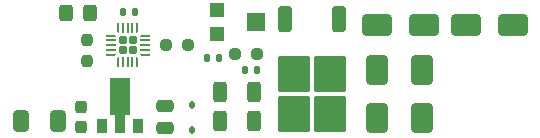
<source format=gbr>
%TF.GenerationSoftware,KiCad,Pcbnew,7.0.7*%
%TF.CreationDate,2023-10-02T21:32:42+02:00*%
%TF.ProjectId,circuitBreaker2.0,63697263-7569-4744-9272-65616b657232,rev?*%
%TF.SameCoordinates,Original*%
%TF.FileFunction,Paste,Top*%
%TF.FilePolarity,Positive*%
%FSLAX46Y46*%
G04 Gerber Fmt 4.6, Leading zero omitted, Abs format (unit mm)*
G04 Created by KiCad (PCBNEW 7.0.7) date 2023-10-02 21:32:42*
%MOMM*%
%LPD*%
G01*
G04 APERTURE LIST*
G04 Aperture macros list*
%AMRoundRect*
0 Rectangle with rounded corners*
0 $1 Rounding radius*
0 $2 $3 $4 $5 $6 $7 $8 $9 X,Y pos of 4 corners*
0 Add a 4 corners polygon primitive as box body*
4,1,4,$2,$3,$4,$5,$6,$7,$8,$9,$2,$3,0*
0 Add four circle primitives for the rounded corners*
1,1,$1+$1,$2,$3*
1,1,$1+$1,$4,$5*
1,1,$1+$1,$6,$7*
1,1,$1+$1,$8,$9*
0 Add four rect primitives between the rounded corners*
20,1,$1+$1,$2,$3,$4,$5,0*
20,1,$1+$1,$4,$5,$6,$7,0*
20,1,$1+$1,$6,$7,$8,$9,0*
20,1,$1+$1,$8,$9,$2,$3,0*%
%AMFreePoly0*
4,1,9,3.862500,-0.866500,0.737500,-0.866500,0.737500,-0.450000,-0.737500,-0.450000,-0.737500,0.450000,0.737500,0.450000,0.737500,0.866500,3.862500,0.866500,3.862500,-0.866500,3.862500,-0.866500,$1*%
%AMFreePoly1*
4,1,14,0.334644,0.085355,0.385355,0.034644,0.400000,-0.000711,0.400000,-0.050000,0.385355,-0.085355,0.350000,-0.100000,-0.350000,-0.100000,-0.385355,-0.085355,-0.400000,-0.050000,-0.400000,0.050000,-0.385355,0.085355,-0.350000,0.100000,0.299289,0.100000,0.334644,0.085355,0.334644,0.085355,$1*%
%AMFreePoly2*
4,1,14,0.385355,0.085355,0.400000,0.050000,0.400000,0.000711,0.385355,-0.034644,0.334644,-0.085355,0.299289,-0.100000,-0.350000,-0.100000,-0.385355,-0.085355,-0.400000,-0.050000,-0.400000,0.050000,-0.385355,0.085355,-0.350000,0.100000,0.350000,0.100000,0.385355,0.085355,0.385355,0.085355,$1*%
%AMFreePoly3*
4,1,14,0.085355,0.385355,0.100000,0.350000,0.100000,-0.350000,0.085355,-0.385355,0.050000,-0.400000,-0.050000,-0.400000,-0.085355,-0.385355,-0.100000,-0.350000,-0.100000,0.299289,-0.085355,0.334644,-0.034644,0.385355,0.000711,0.400000,0.050000,0.400000,0.085355,0.385355,0.085355,0.385355,$1*%
%AMFreePoly4*
4,1,14,0.034644,0.385355,0.085355,0.334644,0.100000,0.299289,0.100000,-0.350000,0.085355,-0.385355,0.050000,-0.400000,-0.050000,-0.400000,-0.085355,-0.385355,-0.100000,-0.350000,-0.100000,0.350000,-0.085355,0.385355,-0.050000,0.400000,-0.000711,0.400000,0.034644,0.385355,0.034644,0.385355,$1*%
%AMFreePoly5*
4,1,14,0.385355,0.085355,0.400000,0.050000,0.400000,-0.050000,0.385355,-0.085355,0.350000,-0.100000,-0.299289,-0.100000,-0.334644,-0.085355,-0.385355,-0.034644,-0.400000,0.000711,-0.400000,0.050000,-0.385355,0.085355,-0.350000,0.100000,0.350000,0.100000,0.385355,0.085355,0.385355,0.085355,$1*%
%AMFreePoly6*
4,1,14,0.385355,0.085355,0.400000,0.050000,0.400000,-0.050000,0.385355,-0.085355,0.350000,-0.100000,-0.350000,-0.100000,-0.385355,-0.085355,-0.400000,-0.050000,-0.400000,-0.000711,-0.385355,0.034644,-0.334644,0.085355,-0.299289,0.100000,0.350000,0.100000,0.385355,0.085355,0.385355,0.085355,$1*%
%AMFreePoly7*
4,1,14,0.085355,0.385355,0.100000,0.350000,0.100000,-0.299289,0.085355,-0.334644,0.034644,-0.385355,-0.000711,-0.400000,-0.050000,-0.400000,-0.085355,-0.385355,-0.100000,-0.350000,-0.100000,0.350000,-0.085355,0.385355,-0.050000,0.400000,0.050000,0.400000,0.085355,0.385355,0.085355,0.385355,$1*%
%AMFreePoly8*
4,1,14,0.085355,0.385355,0.100000,0.350000,0.100000,-0.350000,0.085355,-0.385355,0.050000,-0.400000,0.000711,-0.400000,-0.034644,-0.385355,-0.085355,-0.334644,-0.100000,-0.299289,-0.100000,0.350000,-0.085355,0.385355,-0.050000,0.400000,0.050000,0.400000,0.085355,0.385355,0.085355,0.385355,$1*%
G04 Aperture macros list end*
%ADD10R,1.200000X1.200000*%
%ADD11R,1.500000X1.600000*%
%ADD12RoundRect,0.237500X-0.237500X0.250000X-0.237500X-0.250000X0.237500X-0.250000X0.237500X0.250000X0*%
%ADD13RoundRect,0.250000X0.325000X0.450000X-0.325000X0.450000X-0.325000X-0.450000X0.325000X-0.450000X0*%
%ADD14RoundRect,0.250000X0.650000X-1.000000X0.650000X1.000000X-0.650000X1.000000X-0.650000X-1.000000X0*%
%ADD15RoundRect,0.250000X-0.312500X-0.625000X0.312500X-0.625000X0.312500X0.625000X-0.312500X0.625000X0*%
%ADD16RoundRect,0.250000X0.412500X0.650000X-0.412500X0.650000X-0.412500X-0.650000X0.412500X-0.650000X0*%
%ADD17RoundRect,0.140000X-0.140000X-0.170000X0.140000X-0.170000X0.140000X0.170000X-0.140000X0.170000X0*%
%ADD18RoundRect,0.237500X0.250000X0.237500X-0.250000X0.237500X-0.250000X-0.237500X0.250000X-0.237500X0*%
%ADD19RoundRect,0.250000X-1.000000X-0.650000X1.000000X-0.650000X1.000000X0.650000X-1.000000X0.650000X0*%
%ADD20RoundRect,0.250000X-0.650000X1.000000X-0.650000X-1.000000X0.650000X-1.000000X0.650000X1.000000X0*%
%ADD21RoundRect,0.250000X0.312500X0.625000X-0.312500X0.625000X-0.312500X-0.625000X0.312500X-0.625000X0*%
%ADD22RoundRect,0.250000X0.475000X-0.250000X0.475000X0.250000X-0.475000X0.250000X-0.475000X-0.250000X0*%
%ADD23RoundRect,0.250000X-0.350000X0.850000X-0.350000X-0.850000X0.350000X-0.850000X0.350000X0.850000X0*%
%ADD24RoundRect,0.250000X-1.125000X1.275000X-1.125000X-1.275000X1.125000X-1.275000X1.125000X1.275000X0*%
%ADD25RoundRect,0.112500X0.112500X-0.187500X0.112500X0.187500X-0.112500X0.187500X-0.112500X-0.187500X0*%
%ADD26RoundRect,0.140000X0.140000X0.170000X-0.140000X0.170000X-0.140000X-0.170000X0.140000X-0.170000X0*%
%ADD27R,0.900000X1.300000*%
%ADD28FreePoly0,90.000000*%
%ADD29RoundRect,0.237500X0.237500X-0.300000X0.237500X0.300000X-0.237500X0.300000X-0.237500X-0.300000X0*%
%ADD30RoundRect,0.172500X-0.172500X0.172500X-0.172500X-0.172500X0.172500X-0.172500X0.172500X0.172500X0*%
%ADD31FreePoly1,270.000000*%
%ADD32RoundRect,0.050000X-0.050000X0.350000X-0.050000X-0.350000X0.050000X-0.350000X0.050000X0.350000X0*%
%ADD33FreePoly2,270.000000*%
%ADD34FreePoly3,270.000000*%
%ADD35RoundRect,0.050000X-0.350000X0.050000X-0.350000X-0.050000X0.350000X-0.050000X0.350000X0.050000X0*%
%ADD36FreePoly4,270.000000*%
%ADD37FreePoly5,270.000000*%
%ADD38FreePoly6,270.000000*%
%ADD39FreePoly7,270.000000*%
%ADD40FreePoly8,270.000000*%
G04 APERTURE END LIST*
D10*
%TO.C,RV101*%
X115929000Y-66945000D03*
D11*
X119179000Y-67945000D03*
D10*
X115929000Y-68945000D03*
%TD*%
D12*
%TO.C,R110*%
X104902000Y-69445500D03*
X104902000Y-71270500D03*
%TD*%
D13*
%TO.C,D111*%
X105165000Y-67183000D03*
X103115000Y-67183000D03*
%TD*%
D14*
%TO.C,D109*%
X133222000Y-76041000D03*
X133222000Y-72041000D03*
%TD*%
D15*
%TO.C,R107*%
X116139500Y-73843500D03*
X119064500Y-73843500D03*
%TD*%
D16*
%TO.C,C203*%
X102400500Y-76327000D03*
X99275500Y-76327000D03*
%TD*%
D17*
%TO.C,C101*%
X115090000Y-70993000D03*
X116050000Y-70993000D03*
%TD*%
D18*
%TO.C,R109*%
X113434500Y-69850000D03*
X111609500Y-69850000D03*
%TD*%
D17*
%TO.C,C104*%
X107978000Y-67056000D03*
X108938000Y-67056000D03*
%TD*%
D19*
%TO.C,D107*%
X136937000Y-68199000D03*
X140937000Y-68199000D03*
%TD*%
D20*
%TO.C,D108*%
X129412000Y-72041000D03*
X129412000Y-76041000D03*
%TD*%
D19*
%TO.C,D106*%
X129444000Y-68199000D03*
X133444000Y-68199000D03*
%TD*%
D21*
%TO.C,R106*%
X119064500Y-76327000D03*
X116139500Y-76327000D03*
%TD*%
D22*
%TO.C,C201*%
X111458000Y-76919000D03*
X111458000Y-75019000D03*
%TD*%
D23*
%TO.C,Q102*%
X126232000Y-67726000D03*
D24*
X125477000Y-72351000D03*
X122427000Y-72351000D03*
X125477000Y-75701000D03*
X122427000Y-75701000D03*
D23*
X121672000Y-67726000D03*
%TD*%
D25*
%TO.C,D110*%
X113744000Y-77080000D03*
X113744000Y-74980000D03*
%TD*%
D26*
%TO.C,C103*%
X119253000Y-72009000D03*
X118293000Y-72009000D03*
%TD*%
D18*
%TO.C,R108*%
X119276500Y-70612000D03*
X117451500Y-70612000D03*
%TD*%
D27*
%TO.C,U201*%
X106196000Y-76707000D03*
D28*
X107696000Y-76619500D03*
D27*
X109196000Y-76707000D03*
%TD*%
D29*
%TO.C,C202*%
X104346000Y-76831500D03*
X104346000Y-75106500D03*
%TD*%
D30*
%TO.C,U101*%
X108756000Y-69478000D03*
X107906000Y-69478000D03*
X108756000Y-70328000D03*
X107906000Y-70328000D03*
D31*
X109131000Y-68453000D03*
D32*
X108731000Y-68453000D03*
X108331000Y-68453000D03*
X107931000Y-68453000D03*
D33*
X107531000Y-68453000D03*
D34*
X106881000Y-69103000D03*
D35*
X106881000Y-69503000D03*
X106881000Y-69903000D03*
X106881000Y-70303000D03*
D36*
X106881000Y-70703000D03*
D37*
X107531000Y-71353000D03*
D32*
X107931000Y-71353000D03*
X108331000Y-71353000D03*
X108731000Y-71353000D03*
D38*
X109131000Y-71353000D03*
D39*
X109781000Y-70703000D03*
D35*
X109781000Y-70303000D03*
X109781000Y-69903000D03*
X109781000Y-69503000D03*
D40*
X109781000Y-69103000D03*
%TD*%
M02*

</source>
